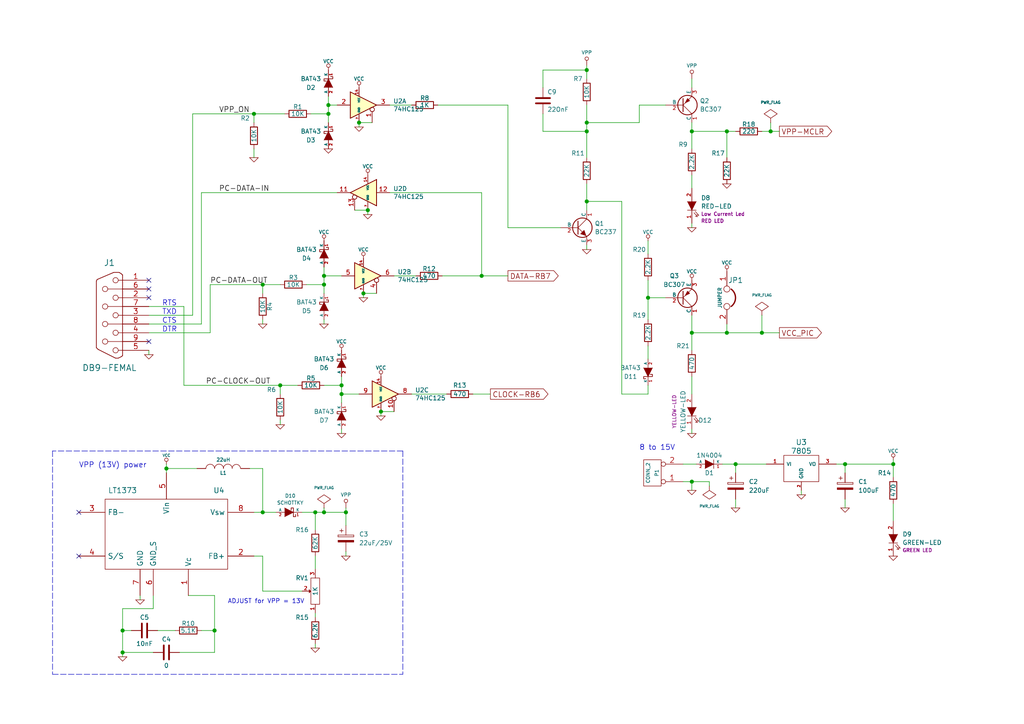
<source format=kicad_sch>
(kicad_sch (version 20230819) (generator eeschema)
  (paper "A4")
  (title_block (title "JDM - COM84 PIC Programmer with 13V DC/DC converter") (date "Sun 22 Mar 2015") (rev "2") (company "KiCad"))
  (lib_symbols
    (symbol "flat_hierarchy_schlib:74LS125" (pin_names (offset 0.254))
      (property "Reference" "U" (at 5.08 3.81 0))
      (property "Value" "74LS125" (at 7.62 -2.54 0))
      (symbol "74LS125_0_0"
        (pin power_in line (at -1.27 5.08 270) (length 2.54) (name "VCC") (number "14"))
        (pin power_in line (at -1.27 -5.08 90) (length 2.54) (name "GND") (number "7"))
      )
      (symbol "74LS125_1_0"
        (polyline (pts (xy -3.81 3.81) (xy -3.81 -3.81) (xy 3.81 0) (xy -3.81 3.81)) (stroke (width 0.254)) (fill (type background)))
        (pin input inverted (at 2.54 -5.08 90) (length 4.445) (name "~") (number "1"))
        (pin input line (at -7.62 0 0) (length 3.81) (name "~") (number "2"))
        (pin tri_state line (at 7.62 0 180) (length 3.81) (name "~") (number "3"))
      )
      (symbol "74LS125_2_0"
        (polyline (pts (xy -3.81 3.81) (xy -3.81 -3.81) (xy 3.81 0) (xy -3.81 3.81)) (stroke (width 0.254)) (fill (type background)))
        (pin input inverted (at 2.54 -5.08 90) (length 4.445) (name "~") (number "4"))
        (pin input line (at -7.62 0 0) (length 3.81) (name "~") (number "5"))
        (pin tri_state line (at 7.62 0 180) (length 3.81) (name "~") (number "6"))
      )
      (symbol "74LS125_3_0"
        (polyline (pts (xy -3.81 3.81) (xy -3.81 -3.81) (xy 3.81 0) (xy -3.81 3.81)) (stroke (width 0.254)) (fill (type background)))
        (pin input inverted (at 2.54 -5.08 90) (length 4.445) (name "~") (number "10"))
        (pin tri_state line (at 7.62 0 180) (length 3.81) (name "~") (number "8"))
        (pin input line (at -7.62 0 0) (length 3.81) (name "~") (number "9"))
      )
      (symbol "74LS125_4_0"
        (polyline (pts (xy -3.81 3.81) (xy -3.81 -3.81) (xy 3.81 0) (xy -3.81 3.81)) (stroke (width 0.254)) (fill (type background)))
        (pin tri_state line (at 7.62 0 180) (length 3.81) (name "~") (number "11"))
        (pin input line (at -7.62 0 0) (length 3.81) (name "~") (number "12"))
        (pin input inverted (at 2.54 -5.08 90) (length 4.445) (name "~") (number "13"))
      )
    )
    (symbol "flat_hierarchy_schlib:7805" (pin_names (offset 0.762))
      (property "Reference" "U" (at 3.81 -4.9784 0))
      (property "Value" "7805" (at 0 5.08 0))
      (symbol "7805_0_1"
        (rectangle (start -5.08 -3.81) (end 5.08 3.81))
      )
      (symbol "7805_1_1"
        (pin input line (at -10.16 1.27 0) (length 5.08) (name "VI") (number "1"))
        (pin input line (at 0 -6.35 90) (length 2.54) (name "GND") (number "2"))
        (pin power_out line (at 10.16 1.27 180) (length 5.08) (name "VO") (number "3"))
      )
    )
    (symbol "flat_hierarchy_schlib:BC237" (pin_names (offset 0))
      (property "Reference" "Q" (at 0 -3.81 0))
      (property "Value" "BC237" (at 0 3.81 0))
      (property "Footprint" "Package_TO_SOT_THT:TO-92" (at -2.54 -5.08 0))
      (symbol "BC237_0_1"
        (polyline (pts (xy 0 0) (xy 2.54 2.54)))
        (polyline (pts (xy 0 1.905) (xy 0 -1.905) (xy 0 -1.905)) (stroke (width 0.254)))
        (polyline (pts (xy 1.27 -1.27) (xy 0 0) (xy 0 0)))
        (polyline (pts (xy 2.286 -2.286) (xy 2.54 -2.54) (xy 2.54 -2.54)))
        (polyline (pts (xy 2.286 -2.286) (xy 1.778 -0.762) (xy 0.762 -1.778) (xy 2.286 -2.286) (xy 2.286 -2.286)) (fill (type outline)))
        (circle (center 1.27 0) (radius 2.8194) (stroke (width 0.254)))
      )
      (symbol "BC237_1_1"
        (pin passive line (at 2.54 5.08 270) (length 2.54) (name "C") (number "1"))
        (pin input line (at -5.08 0 0) (length 5.08) (name "B") (number "2"))
        (pin passive line (at 2.54 -5.08 90) (length 2.54) (name "E") (number "3"))
      )
    )
    (symbol "flat_hierarchy_schlib:BC307" (pin_names (offset 0))
      (property "Reference" "Q" (at 0 -3.81 0))
      (property "Value" "BC307" (at 0 3.81 0))
      (property "Footprint" "Package_TO_SOT_THT:TO-92" (at -2.54 -5.08 0))
      (symbol "BC307_0_1"
        (polyline (pts (xy 0 0) (xy 2.54 2.54)))
        (polyline (pts (xy 0 1.905) (xy 0 -1.905) (xy 0 -1.905)) (stroke (width 0.254)) (fill (type outline)))
        (polyline (pts (xy 0.635 -0.635) (xy 0 0) (xy 0 0)))
        (polyline (pts (xy 2.54 -2.54) (xy 1.651 -1.651) (xy 1.651 -1.651)))
        (polyline (pts (xy 0.635 -0.635) (xy 1.27 -1.905) (xy 1.905 -1.27) (xy 0.635 -0.635) (xy 0.635 -0.635)) (fill (type outline)))
        (circle (center 1.27 0) (radius 2.8194) (stroke (width 0.254)))
      )
      (symbol "BC307_1_1"
        (pin passive line (at 2.54 5.08 270) (length 2.54) (name "C") (number "1"))
        (pin input line (at -5.08 0 0) (length 5.08) (name "B") (number "2"))
        (pin passive line (at 2.54 -5.08 90) (length 2.54) (name "E") (number "3"))
      )
    )
    (symbol "flat_hierarchy_schlib:C" (pin_numbers hide) (pin_names (offset 0.254))
      (property "Reference" "C" (at 0.635 2.54 0))
      (property "Value" "C" (at 0.635 -2.54 0))
      (symbol "C_0_1"
        (polyline (pts (xy -2.032 -0.762) (xy 2.032 -0.762)) (stroke (width 0.508)))
        (polyline (pts (xy -2.032 0.762) (xy 2.032 0.762)) (stroke (width 0.508)))
      )
      (symbol "C_1_1"
        (pin passive line (at 0 3.81 270) (length 2.794) (name "~") (number "1"))
        (pin passive line (at 0 -3.81 90) (length 2.794) (name "~") (number "2"))
      )
    )
    (symbol "flat_hierarchy_schlib:CONN_2" (pin_names (offset 1.016) hide)
      (property "Reference" "P" (at -1.27 0 90))
      (property "Value" "CONN_2" (at 1.27 0 90))
      (symbol "CONN_2_0_1"
        (rectangle (start -2.54 3.81) (end 2.54 -3.81))
      )
      (symbol "CONN_2_1_1"
        (pin passive inverted (at -8.89 2.54 0) (length 6.35) (name "P1") (number "1"))
        (pin passive inverted (at -8.89 -2.54 0) (length 6.35) (name "PM") (number "2"))
      )
    )
    (symbol "flat_hierarchy_schlib:CP" (pin_numbers hide) (pin_names (offset 0.254))
      (property "Reference" "C" (at 0.635 2.54 0))
      (property "Value" "CP" (at 0.635 -2.54 0))
      (symbol "CP_0_1"
        (rectangle (start -2.286 0.508) (end -2.286 1.016))
        (rectangle (start -2.286 0.508) (end 2.286 0.508))
        (rectangle (start -1.778 2.286) (end -0.762 2.286))
        (rectangle (start -1.27 1.778) (end -1.27 2.794))
        (rectangle (start 2.286 -0.508) (end -2.286 -1.016) (fill (type outline)))
        (rectangle (start 2.286 1.016) (end -2.286 1.016))
        (rectangle (start 2.286 1.016) (end 2.286 0.508))
      )
      (symbol "CP_1_1"
        (pin passive line (at 0 3.81 270) (length 2.794) (name "~") (number "1"))
        (pin passive line (at 0 -3.81 90) (length 2.794) (name "~") (number "2"))
      )
    )
    (symbol "flat_hierarchy_schlib:D" (pin_names (offset 0))
      (property "Reference" "D" (at 0 2.54 0))
      (property "Value" "D" (at 0 -2.54 0))
      (symbol "D_0_1"
        (polyline (pts (xy -1.27 1.27) (xy -1.27 -1.27)) (stroke (width 0.1524)))
        (polyline (pts (xy 1.27 1.27) (xy -1.27 0) (xy 1.27 -1.27)) (fill (type outline)))
      )
      (symbol "D_1_1"
        (pin passive line (at -3.81 0 0) (length 2.54) (name "K") (number "1"))
        (pin passive line (at 3.81 0 180) (length 2.54) (name "A") (number "2"))
      )
    )
    (symbol "flat_hierarchy_schlib:DB9" (pin_names (offset 1.016) hide)
      (property "Reference" "J" (at 0 13.97 0))
      (property "Value" "DB9" (at 0 -13.97 0))
      (symbol "DB9_0_1"
        (circle (center -1.778 -10.16) (radius 0.762))
        (circle (center -1.778 -5.08) (radius 0.762))
        (circle (center -1.778 0) (radius 0.762))
        (circle (center -1.778 5.08) (radius 0.762))
        (circle (center -1.778 10.16) (radius 0.762))
        (polyline (pts (xy -3.81 -11.684) (xy -3.81 11.684)) (stroke (width 0.2032)))
        (polyline (pts (xy -3.81 -11.6586) (xy -3.556 -11.938)) (stroke (width 0.2032)))
        (polyline (pts (xy -3.81 -10.16) (xy -2.54 -10.16)))
        (polyline (pts (xy -3.81 -7.62) (xy 0.508 -7.62)))
        (polyline (pts (xy -3.81 -5.08) (xy -2.54 -5.08)))
        (polyline (pts (xy -3.81 -2.54) (xy 0.508 -2.54)))
        (polyline (pts (xy -3.81 0) (xy -2.54 0)))
        (polyline (pts (xy -3.81 2.54) (xy 0.508 2.54)))
        (polyline (pts (xy -3.81 5.08) (xy -2.54 5.08)))
        (polyline (pts (xy -3.81 7.62) (xy 0.508 7.62)))
        (polyline (pts (xy -3.81 10.16) (xy -2.54 10.16)))
        (polyline (pts (xy -3.556 -11.938) (xy -2.794 -12.446)) (stroke (width 0.2032)))
        (polyline (pts (xy -3.556 11.938) (xy -3.81 11.684)) (stroke (width 0.2032)))
        (polyline (pts (xy -3.556 11.938) (xy -2.54 12.446)) (stroke (width 0.2032)))
        (polyline (pts (xy -2.794 -12.446) (xy -1.27 -12.446)) (stroke (width 0.2032)))
        (polyline (pts (xy -2.54 12.446) (xy -1.778 12.446)) (stroke (width 0.2032)))
        (polyline (pts (xy 3.2766 9.906) (xy -1.778 12.446)) (stroke (width 0.2032)))
        (polyline (pts (xy 3.2766 9.906) (xy 3.81 9.398)) (stroke (width 0.2032)))
        (polyline (pts (xy 3.556 -10.3886) (xy -1.27 -12.446)) (stroke (width 0.2032)))
        (polyline (pts (xy 3.81 -9.906) (xy 3.556 -10.3886)) (stroke (width 0.2032)))
        (polyline (pts (xy 3.81 9.398) (xy 3.81 -9.906)) (stroke (width 0.2032)))
        (circle (center 1.27 -7.62) (radius 0.762))
        (circle (center 1.27 -2.54) (radius 0.762))
        (circle (center 1.27 2.54) (radius 0.762))
        (circle (center 1.27 7.62) (radius 0.762))
      )
      (symbol "DB9_1_1"
        (pin passive line (at -11.43 -10.16 0) (length 7.62) (name "1") (number "1"))
        (pin passive line (at -11.43 -5.08 0) (length 7.62) (name "2") (number "2"))
        (pin passive line (at -11.43 0 0) (length 7.62) (name "3") (number "3"))
        (pin passive line (at -11.43 5.08 0) (length 7.62) (name "4") (number "4"))
        (pin passive line (at -11.43 10.16 0) (length 7.62) (name "5") (number "5"))
        (pin passive line (at -11.43 -7.62 0) (length 7.62) (name "P6") (number "6"))
        (pin passive line (at -11.43 -2.54 0) (length 7.62) (name "P7") (number "7"))
        (pin passive line (at -11.43 2.54 0) (length 7.62) (name "P8") (number "8"))
        (pin passive line (at -11.43 7.62 0) (length 7.62) (name "P9") (number "9"))
      )
    )
    (symbol "flat_hierarchy_schlib:D_Schottky" (pin_names (offset 0))
      (property "Reference" "D" (at 0 2.54 0))
      (property "Value" "D_Schottky" (at 0 -2.54 0))
      (symbol "D_Schottky_0_1"
        (polyline (pts (xy 1.27 1.27) (xy -1.27 0) (xy 1.27 -1.27)) (fill (type outline)))
        (polyline (pts (xy -1.905 0.635) (xy -1.905 1.27) (xy -1.27 1.27) (xy -1.27 -1.27) (xy -0.635 -1.27) (xy -0.635 -0.635)) (stroke (width 0.2032)))
      )
      (symbol "D_Schottky_1_1"
        (pin passive line (at -3.81 0 0) (length 2.54) (name "K") (number "1"))
        (pin passive line (at 3.81 0 180) (length 2.54) (name "A") (number "2"))
      )
    )
    (symbol "flat_hierarchy_schlib:GND" (power) (pin_names (offset 0))
      (symbol "GND_0_1"
        (polyline (pts (xy -1.27 0) (xy 0 -1.27) (xy 1.27 0) (xy -1.27 0)))
      )
      (symbol "GND_1_1"
        (pin power_in line (at 0 0 90) (length 0) hide (name "GND") (number "1"))
      )
    )
    (symbol "flat_hierarchy_schlib:INDUCTOR" (pin_numbers hide) (pin_names (offset 1.016) hide)
      (property "Reference" "L" (at -1.27 0 90))
      (property "Value" "INDUCTOR" (at 2.54 0 90))
      (symbol "INDUCTOR_0_1"
        (arc (start 0.0254 -5.0546) (mid 1.245 -3.7973) (end 0.0254 -2.54))
        (arc (start 0.0254 -2.5146) (mid 1.2704 -1.2319) (end 0.0254 0.0508))
        (arc (start 0.0254 0.0254) (mid 1.2704 1.3081) (end 0.0254 2.5908))
        (arc (start 0.0254 2.5654) (mid 1.1942 3.7719) (end 0.0254 4.9784))
      )
      (symbol "INDUCTOR_1_1"
        (pin passive line (at 0 7.62 270) (length 2.54) (name "1") (number "1"))
        (pin passive line (at 0 -7.62 90) (length 2.54) (name "2") (number "2"))
      )
    )
    (symbol "flat_hierarchy_schlib:JUMPER" (pin_names (offset 0.762) hide)
      (property "Reference" "JP" (at 0 3.81 0))
      (property "Value" "JUMPER" (at 0 -2.032 0))
      (symbol "JUMPER_0_1"
        (circle (center -2.54 0) (radius 0.889))
        (arc (start 2.5146 1.27) (mid 0.0127 2.5097) (end -2.4892 1.27) (stroke (width 0.381)))
        (circle (center 2.54 0) (radius 0.889))
        (pin passive line (at -7.62 0 0) (length 4.191) (name "1") (number "1"))
        (pin passive line (at 7.62 0 180) (length 4.191) (name "2") (number "2"))
      )
    )
    (symbol "flat_hierarchy_schlib:LED" (pin_names (offset 1.016) hide)
      (property "Reference" "D" (at 0 2.54 0))
      (property "Value" "LED" (at 0 -2.54 0))
      (symbol "LED_0_1"
        (polyline (pts (xy -1.27 1.27) (xy -1.27 -1.27)))
        (polyline (pts (xy -2.032 -0.635) (xy -3.175 -1.651) (xy -3.048 -1.016)))
        (polyline (pts (xy -1.651 -1.016) (xy -2.794 -2.032) (xy -2.667 -1.397)))
        (polyline (pts (xy 1.27 1.27) (xy -1.27 0) (xy 1.27 -1.27)) (fill (type outline)))
      )
      (symbol "LED_1_1"
        (pin passive line (at -5.08 0 0) (length 3.81) (name "K") (number "1"))
        (pin passive line (at 5.08 0 180) (length 3.81) (name "A") (number "2"))
      )
    )
    (symbol "flat_hierarchy_schlib:LT1373" (pin_names (offset 0.762))
      (property "Reference" "U" (at 15.24 12.7 0))
      (property "Value" "LT1373" (at -12.7 12.7 0))
      (symbol "LT1373_0_1"
        (rectangle (start -17.78 -10.16) (end 17.78 10.16))
      )
      (symbol "LT1373_1_1"
        (pin input line (at 6.35 -17.78 90) (length 7.62) (name "Vc") (number "1"))
        (pin input line (at 25.4 -6.35 180) (length 7.62) (name "FB+") (number "2"))
        (pin passive line (at -25.4 6.35 0) (length 7.62) (name "FB-") (number "3"))
        (pin passive line (at -25.4 -6.35 0) (length 7.62) (name "S/S") (number "4"))
        (pin power_in line (at 0 17.78 270) (length 7.62) (name "Vin") (number "5"))
        (pin input line (at -3.81 -17.78 90) (length 7.62) (name "GND_S") (number "6"))
        (pin input line (at -7.62 -17.78 90) (length 7.62) (name "GND") (number "7"))
        (pin input line (at 25.4 6.35 180) (length 7.62) (name "Vsw") (number "8"))
      )
    )
    (symbol "flat_hierarchy_schlib:POT" (pin_names (offset 1.016) hide)
      (property "Reference" "RV" (at 0 -2.54 0))
      (property "Value" "POT" (at 0 0 0))
      (symbol "POT_0_1"
        (rectangle (start -3.81 1.27) (end 3.81 -1.27))
        (polyline (pts (xy 0 1.27) (xy -0.508 1.778) (xy 0.508 1.778)) (fill (type outline)))
      )
      (symbol "POT_1_1"
        (pin passive line (at -6.35 0 0) (length 2.54) (name "1") (number "1"))
        (pin passive line (at 0 3.81 270) (length 2.032) (name "2") (number "2"))
        (pin passive line (at 6.35 0 180) (length 2.54) (name "3") (number "3"))
      )
    )
    (symbol "flat_hierarchy_schlib:PWR_FLAG" (power) (pin_numbers hide) (pin_names (offset 0) hide)
      (property "Value" "PWR_FLAG" (at 0 4.572 0))
      (symbol "PWR_FLAG_0_0"
        (pin power_out line (at 0 0 90) (length 0) (name "pwr") (number "1"))
      )
      (symbol "PWR_FLAG_0_1"
        (polyline (pts (xy 0 0) (xy 0 1.27) (xy -1.905 2.54) (xy 0 3.81) (xy 1.905 2.54) (xy 0 1.27)))
      )
    )
    (symbol "flat_hierarchy_schlib:R" (pin_numbers hide) (pin_names (offset 0))
      (property "Reference" "R" (at 2.032 0 90))
      (property "Value" "R" (at 0 0 90))
      (symbol "R_0_1"
        (rectangle (start -1.016 -2.54) (end 1.016 2.54) (stroke (width 0.254)))
      )
      (symbol "R_1_1"
        (pin passive line (at 0 3.81 270) (length 1.27) (name "~") (number "1"))
        (pin passive line (at 0 -3.81 90) (length 1.27) (name "~") (number "2"))
      )
    )
    (symbol "flat_hierarchy_schlib:VCC" (power) (pin_names (offset 0))
      (property "Value" "VCC" (at 0 2.54 0))
      (symbol "VCC_0_0"
        (pin power_in line (at 0 0 90) (length 0) hide (name "VCC") (number "1"))
      )
      (symbol "VCC_0_1"
        (polyline (pts (xy 0 0) (xy 0 0.762) (xy 0 0.762)))
        (circle (center 0 1.27) (radius 0.508))
      )
    )
    (symbol "flat_hierarchy_schlib:VPP" (pin_names (offset 0))
      (property "Value" "VPP" (at 0 3.81 0))
      (symbol "VPP_0_0"
        (pin power_in line (at 0 0 90) (length 0) hide (name "VPP") (number "1"))
      )
      (symbol "VPP_0_1"
        (polyline (pts (xy 0 1.524) (xy 0 0)))
        (circle (center 0 2.032) (radius 0.508))
      )
    )
  )
  (junction (at 76.2 82.55) (diameter 1.016))
  (junction (at 200.66 139.7) (diameter 1.016))
  (junction (at 95.25 30.48) (diameter 1.016))
  (junction (at 110.49 119.38) (diameter 1.016))
  (junction (at 210.82 38.1) (diameter 1.016))
  (junction (at 210.82 96.52) (diameter 1.016))
  (junction (at 170.18 20.32) (diameter 1.016))
  (junction (at 139.7 80.01) (diameter 1.016))
  (junction (at 259.08 134.62) (diameter 1.016))
  (junction (at 170.18 58.42) (diameter 1.016))
  (junction (at 93.98 80.01) (diameter 1.016))
  (junction (at 170.18 35.56) (diameter 1.016))
  (junction (at 200.66 38.1) (diameter 1.016))
  (junction (at 62.23 182.88) (diameter 1.016))
  (junction (at 93.98 148.59) (diameter 1.016))
  (junction (at 99.06 114.3) (diameter 1.016))
  (junction (at 223.52 38.1) (diameter 1.016))
  (junction (at 35.56 189.23) (diameter 1.016))
  (junction (at 245.11 134.62) (diameter 1.016))
  (junction (at 48.26 135.89) (diameter 1.016))
  (junction (at 76.2 148.59) (diameter 1.016))
  (junction (at 220.98 96.52) (diameter 1.016))
  (junction (at 105.41 85.09) (diameter 1.016))
  (junction (at 73.66 33.02) (diameter 1.016))
  (junction (at 81.28 111.76) (diameter 1.016))
  (junction (at 93.98 82.55) (diameter 1.016))
  (junction (at 187.96 86.36) (diameter 1.016))
  (junction (at 213.36 134.62) (diameter 1.016))
  (junction (at 35.56 182.88) (diameter 1.016))
  (junction (at 170.18 38.1) (diameter 1.016))
  (junction (at 104.14 35.56) (diameter 1.016))
  (junction (at 95.25 33.02) (diameter 1.016))
  (junction (at 200.66 96.52) (diameter 1.016))
  (junction (at 99.06 111.76) (diameter 1.016))
  (junction (at 100.33 148.59) (diameter 1.016))
  (junction (at 106.68 60.96) (diameter 1.016))
  (junction (at 91.44 148.59) (diameter 1.016))
  (no_connect (at 43.18 81.28))
  (no_connect (at 22.86 161.29))
  (no_connect (at 22.86 148.59))
  (no_connect (at 43.18 83.82))
  (no_connect (at 43.18 86.36))
  (no_connect (at 43.18 99.06))
  (wire (pts (xy 113.03 30.48) (xy 119.38 30.48)))
  (wire (pts (xy 220.98 38.1) (xy 223.52 38.1)))
  (wire (pts (xy 200.66 109.22) (xy 200.66 114.3)))
  (wire (pts (xy 93.98 111.76) (xy 99.06 111.76)))
  (wire (pts (xy 53.34 88.9) (xy 43.18 88.9)))
  (wire (pts (xy 102.87 60.96) (xy 106.68 60.96)))
  (wire (pts (xy 35.56 189.23) (xy 35.56 190.5)))
  (wire (pts (xy 87.63 148.59) (xy 91.44 148.59)))
  (wire (pts (xy 139.7 80.01) (xy 147.32 80.01)))
  (wire (pts (xy 73.66 148.59) (xy 76.2 148.59)))
  (wire (pts (xy 76.2 82.55) (xy 81.28 82.55)))
  (wire (pts (xy 210.82 38.1) (xy 213.36 38.1)))
  (wire (pts (xy 81.28 114.3) (xy 81.28 111.76)))
  (wire (pts (xy 73.66 45.72) (xy 73.66 43.18)))
  (wire (pts (xy 55.88 33.02) (xy 73.66 33.02)))
  (wire (pts (xy 245.11 134.62) (xy 245.11 137.16)))
  (polyline (pts (xy 15.24 195.58) (xy 116.84 195.58)) (stroke (width 0) (type dash)))
  (wire (pts (xy 110.49 120.65) (xy 110.49 119.38)))
  (wire (pts (xy 93.98 77.47) (xy 93.98 80.01)))
  (wire (pts (xy 200.66 96.52) (xy 200.66 101.6)))
  (wire (pts (xy 105.41 85.09) (xy 105.41 86.36)))
  (wire (pts (xy 187.96 86.36) (xy 187.96 92.71)))
  (wire (pts (xy 180.34 114.3) (xy 180.34 58.42)))
  (wire (pts (xy 200.66 124.46) (xy 200.66 125.73)))
  (wire (pts (xy 93.98 82.55) (xy 93.98 85.09)))
  (wire (pts (xy 210.82 96.52) (xy 220.98 96.52)))
  (wire (pts (xy 187.96 81.28) (xy 187.96 86.36)))
  (wire (pts (xy 100.33 161.29) (xy 100.33 160.02)))
  (wire (pts (xy 99.06 111.76) (xy 99.06 114.3)))
  (wire (pts (xy 245.11 144.78) (xy 245.11 147.32)))
  (wire (pts (xy 58.42 55.88) (xy 97.79 55.88)))
  (wire (pts (xy 76.2 148.59) (xy 80.01 148.59)))
  (wire (pts (xy 232.41 143.51) (xy 232.41 142.24)))
  (wire (pts (xy 200.66 38.1) (xy 200.66 43.18)))
  (wire (pts (xy 200.66 50.8) (xy 200.66 54.61)))
  (wire (pts (xy 62.23 172.72) (xy 62.23 182.88)))
  (wire (pts (xy 58.42 182.88) (xy 62.23 182.88)))
  (wire (pts (xy 91.44 161.29) (xy 91.44 165.1)))
  (wire (pts (xy 170.18 30.48) (xy 170.18 35.56)))
  (wire (pts (xy 60.96 82.55) (xy 60.96 96.52)))
  (wire (pts (xy 60.96 96.52) (xy 43.18 96.52)))
  (wire (pts (xy 73.66 35.56) (xy 73.66 33.02)))
  (wire (pts (xy 110.49 119.38) (xy 114.3 119.38)))
  (wire (pts (xy 95.25 30.48) (xy 95.25 33.02)))
  (wire (pts (xy 170.18 53.34) (xy 170.18 58.42)))
  (wire (pts (xy 76.2 92.71) (xy 76.2 93.98)))
  (wire (pts (xy 185.42 30.48) (xy 185.42 35.56)))
  (wire (pts (xy 259.08 134.62) (xy 259.08 138.43)))
  (wire (pts (xy 100.33 147.32) (xy 100.33 148.59)))
  (wire (pts (xy 223.52 35.56) (xy 223.52 38.1)))
  (wire (pts (xy 91.44 148.59) (xy 91.44 153.67)))
  (wire (pts (xy 93.98 147.32) (xy 93.98 148.59)))
  (wire (pts (xy 223.52 38.1) (xy 226.06 38.1)))
  (wire (pts (xy 53.34 111.76) (xy 53.34 88.9)))
  (wire (pts (xy 62.23 182.88) (xy 62.23 189.23)))
  (wire (pts (xy 95.25 27.94) (xy 95.25 30.48)))
  (wire (pts (xy 99.06 125.73) (xy 99.06 124.46)))
  (wire (pts (xy 90.17 33.02) (xy 95.25 33.02)))
  (wire (pts (xy 35.56 182.88) (xy 38.1 182.88)))
  (wire (pts (xy 35.56 176.53) (xy 35.56 182.88)))
  (wire (pts (xy 187.96 114.3) (xy 180.34 114.3)))
  (wire (pts (xy 245.11 134.62) (xy 259.08 134.62)))
  (wire (pts (xy 99.06 109.22) (xy 99.06 111.76)))
  (wire (pts (xy 76.2 135.89) (xy 76.2 148.59)))
  (wire (pts (xy 209.55 134.62) (xy 213.36 134.62)))
  (wire (pts (xy 242.57 134.62) (xy 245.11 134.62)))
  (wire (pts (xy 95.25 30.48) (xy 97.79 30.48)))
  (wire (pts (xy 104.14 35.56) (xy 107.95 35.56)))
  (wire (pts (xy 157.48 33.02) (xy 157.48 38.1)))
  (wire (pts (xy 44.45 176.53) (xy 35.56 176.53)))
  (wire (pts (xy 44.45 172.72) (xy 44.45 176.53)))
  (wire (pts (xy 210.82 96.52) (xy 210.82 93.98)))
  (wire (pts (xy 127 30.48) (xy 147.32 30.48)))
  (wire (pts (xy 88.9 82.55) (xy 93.98 82.55)))
  (wire (pts (xy 100.33 148.59) (xy 100.33 152.4)))
  (wire (pts (xy 193.04 30.48) (xy 185.42 30.48)))
  (wire (pts (xy 170.18 38.1) (xy 170.18 45.72)))
  (wire (pts (xy 220.98 96.52) (xy 220.98 91.44)))
  (wire (pts (xy 198.12 139.7) (xy 200.66 139.7)))
  (wire (pts (xy 205.74 139.7) (xy 205.74 140.97)))
  (wire (pts (xy 170.18 20.32) (xy 170.18 22.86)))
  (wire (pts (xy 200.66 96.52) (xy 210.82 96.52)))
  (wire (pts (xy 170.18 58.42) (xy 170.18 60.96)))
  (wire (pts (xy 95.25 33.02) (xy 95.25 35.56)))
  (wire (pts (xy 113.03 55.88) (xy 139.7 55.88)))
  (wire (pts (xy 200.66 38.1) (xy 210.82 38.1)))
  (wire (pts (xy 73.66 161.29) (xy 76.2 161.29)))
  (polyline (pts (xy 15.24 130.81) (xy 15.24 195.58)) (stroke (width 0) (type dash)))
  (wire (pts (xy 48.26 134.62) (xy 48.26 135.89)))
  (wire (pts (xy 200.66 91.44) (xy 200.66 96.52)))
  (wire (pts (xy 91.44 177.8) (xy 91.44 179.07)))
  (wire (pts (xy 200.66 35.56) (xy 200.66 38.1)))
  (wire (pts (xy 147.32 30.48) (xy 147.32 66.04)))
  (wire (pts (xy 170.18 19.05) (xy 170.18 20.32)))
  (wire (pts (xy 185.42 35.56) (xy 170.18 35.56)))
  (wire (pts (xy 198.12 134.62) (xy 201.93 134.62)))
  (wire (pts (xy 55.88 33.02) (xy 55.88 91.44)))
  (wire (pts (xy 91.44 187.96) (xy 91.44 186.69)))
  (polyline (pts (xy 116.84 130.81) (xy 15.24 130.81)) (stroke (width 0) (type dash)))
  (wire (pts (xy 53.34 111.76) (xy 81.28 111.76)))
  (wire (pts (xy 104.14 114.3) (xy 99.06 114.3)))
  (wire (pts (xy 114.3 80.01) (xy 120.65 80.01)))
  (wire (pts (xy 157.48 25.4) (xy 157.48 20.32)))
  (wire (pts (xy 52.07 189.23) (xy 62.23 189.23)))
  (wire (pts (xy 91.44 148.59) (xy 93.98 148.59)))
  (wire (pts (xy 200.66 25.4) (xy 200.66 22.86)))
  (wire (pts (xy 139.7 55.88) (xy 139.7 80.01)))
  (wire (pts (xy 119.38 114.3) (xy 129.54 114.3)))
  (wire (pts (xy 106.68 62.23) (xy 106.68 60.96)))
  (wire (pts (xy 58.42 93.98) (xy 58.42 55.88)))
  (wire (pts (xy 187.96 69.85) (xy 187.96 73.66)))
  (wire (pts (xy 259.08 146.05) (xy 259.08 151.13)))
  (wire (pts (xy 73.66 33.02) (xy 82.55 33.02)))
  (wire (pts (xy 93.98 148.59) (xy 100.33 148.59)))
  (wire (pts (xy 142.24 114.3) (xy 137.16 114.3)))
  (wire (pts (xy 105.41 85.09) (xy 109.22 85.09)))
  (wire (pts (xy 259.08 133.35) (xy 259.08 134.62)))
  (wire (pts (xy 157.48 20.32) (xy 170.18 20.32)))
  (wire (pts (xy 60.96 82.55) (xy 76.2 82.55)))
  (wire (pts (xy 193.04 86.36) (xy 187.96 86.36)))
  (wire (pts (xy 128.27 80.01) (xy 139.7 80.01)))
  (wire (pts (xy 45.72 182.88) (xy 50.8 182.88)))
  (wire (pts (xy 147.32 66.04) (xy 162.56 66.04)))
  (wire (pts (xy 170.18 58.42) (xy 180.34 58.42)))
  (wire (pts (xy 200.66 64.77) (xy 200.66 66.04)))
  (wire (pts (xy 213.36 144.78) (xy 213.36 147.32)))
  (wire (pts (xy 48.26 135.89) (xy 57.15 135.89)))
  (wire (pts (xy 93.98 80.01) (xy 93.98 82.55)))
  (wire (pts (xy 213.36 134.62) (xy 213.36 137.16)))
  (wire (pts (xy 187.96 111.76) (xy 187.96 114.3)))
  (wire (pts (xy 76.2 82.55) (xy 76.2 85.09)))
  (wire (pts (xy 187.96 100.33) (xy 187.96 104.14)))
  (wire (pts (xy 93.98 93.98) (xy 93.98 92.71)))
  (polyline (pts (xy 116.84 130.81) (xy 116.84 195.58)) (stroke (width 0) (type dash)))
  (wire (pts (xy 99.06 80.01) (xy 93.98 80.01)))
  (wire (pts (xy 81.28 123.19) (xy 81.28 121.92)))
  (wire (pts (xy 76.2 171.45) (xy 87.63 171.45)))
  (wire (pts (xy 55.88 91.44) (xy 43.18 91.44)))
  (wire (pts (xy 54.61 172.72) (xy 62.23 172.72)))
  (wire (pts (xy 170.18 35.56) (xy 170.18 38.1)))
  (wire (pts (xy 200.66 139.7) (xy 205.74 139.7)))
  (wire (pts (xy 72.39 135.89) (xy 76.2 135.89)))
  (wire (pts (xy 43.18 102.87) (xy 43.18 101.6)))
  (wire (pts (xy 200.66 142.24) (xy 200.66 139.7)))
  (wire (pts (xy 76.2 161.29) (xy 76.2 171.45)))
  (wire (pts (xy 104.14 36.83) (xy 104.14 35.56)))
  (wire (pts (xy 35.56 182.88) (xy 35.56 189.23)))
  (wire (pts (xy 81.28 111.76) (xy 86.36 111.76)))
  (wire (pts (xy 43.18 93.98) (xy 58.42 93.98)))
  (wire (pts (xy 99.06 114.3) (xy 99.06 116.84)))
  (wire (pts (xy 40.64 173.99) (xy 40.64 172.72)))
  (wire (pts (xy 220.98 96.52) (xy 226.06 96.52)))
  (wire (pts (xy 170.18 72.39) (xy 170.18 71.12)))
  (wire (pts (xy 157.48 38.1) (xy 170.18 38.1)))
  (wire (pts (xy 213.36 134.62) (xy 222.25 134.62)))
  (wire (pts (xy 35.56 189.23) (xy 44.45 189.23)))
  (wire (pts (xy 48.26 135.89) (xy 48.26 137.16)))
  (wire (pts (xy 210.82 38.1) (xy 210.82 45.72)))
  (text "TXD" (at 46.99 91.44 0) (effects (font (size 1.524 1.524)) (justify left bottom)))
  (text "CTS" (at 46.99 93.98 0) (effects (font (size 1.524 1.524)) (justify left bottom)))
  (text "DTR" (at 46.99 96.52 0) (effects (font (size 1.524 1.524)) (justify left bottom)))
  (text "VPP (13V) power" (at 22.86 135.89 0) (effects (font (size 1.524 1.524)) (justify left bottom)))
  (text "ADJUST for VPP = 13V" (at 66.04 175.26 0) (effects (font (size 1.27 1.27)) (justify left bottom)))
  (text "RTS" (at 46.99 88.9 0) (effects (font (size 1.524 1.524)) (justify left bottom)))
  (text "8 to 15V" (at 185.42 130.81 0) (effects (font (size 1.524 1.524)) (justify left bottom)))
  (label "PC-CLOCK-OUT" (at 59.69 111.76 0) (effects (font (size 1.524 1.524))))
  (label "PC-DATA-OUT" (at 60.96 82.55 0) (effects (font (size 1.524 1.524))))
  (label "VPP_ON" (at 63.5 33.02 0) (effects (font (size 1.524 1.524))))
  (label "PC-DATA-IN" (at 63.5 55.88 0) (effects (font (size 1.524 1.524))))
  (global_label "VCC_PIC" (shape output) (at 226.06 96.52 0) (effects (font (size 1.524 1.524))) (property "Intersheetrefs" "${INTERSHEET_REFS}" (at 238.1307 96.52 0) (effects (justify left))))
  (global_label "CLOCK-RB6" (shape output) (at 142.24 114.3 0) (effects (font (size 1.524 1.524))) (property "Intersheetrefs" "${INTERSHEET_REFS}" (at 158.8102 114.3 0) (effects (justify left))))
  (global_label "VPP-MCLR" (shape output) (at 226.06 38.1 0) (effects (font (size 1.524 1.524))) (property "Intersheetrefs" "${INTERSHEET_REFS}" (at 241.1062 38.1 0) (effects (justify left))))
  (global_label "DATA-RB7" (shape output) (at 147.32 80.01 0) (effects (font (size 1.524 1.524))) (property "Intersheetrefs" "${INTERSHEET_REFS}" (at 161.7856 80.01 0) (effects (justify left))))
  (symbol (lib_id "flat_hierarchy_schlib:DB9") (at 31.75 91.44 180) (unit 1)
    (property "Reference" "J1" (at 31.75 76.2 0) (effects (font (size 1.778 1.778))))
    (property "Value" "DB9-FEMAL" (at 31.75 106.68 0) (effects (font (size 1.778 1.778))))
    (property "Footprint" "Connector_Dsub:DSUB-9_Female_Horizontal_P2.77x2.84mm_EdgePinOffset7.70mm_Housed_MountingHolesOffset9.12mm" (effects hide))
  )
  (symbol (lib_id "flat_hierarchy_schlib:74LS125") (at 105.41 30.48 0) (unit 1)
    (property "Reference" "U2" (at 114.0461 29.3306 0) (effects (justify left)))
    (property "Value" "74HC125" (at 114.0461 31.6293 0) (effects (justify left)))
    (property "Footprint" "Package_DIP:DIP-14_W7.62mm_LongPads" (effects hide))
  )
  (symbol (lib_id "flat_hierarchy_schlib:R") (at 86.36 33.02 90) (unit 1)
    (property "Reference" "R1" (at 86.36 30.988 90))
    (property "Value" "10K" (at 86.36 33.02 90))
    (property "Footprint" "pic_programmer_fp:R_Axial_DIN0207_L6.3mm_D2.5mm_P10.16mm_Horizontal" (effects hide))
  )
  (symbol (lib_id "flat_hierarchy_schlib:R") (at 73.66 39.37 0) (unit 1)
    (property "Reference" "R2" (at 71.12 34.29 0))
    (property "Value" "10K" (at 73.66 39.37 90))
    (property "Footprint" "pic_programmer_fp:R_Axial_DIN0207_L6.3mm_D2.5mm_P10.16mm_Horizontal" (effects hide))
  )
  (symbol (lib_id "flat_hierarchy_schlib:D_Schottky") (at 95.25 24.13 270) (unit 1)
    (property "Reference" "D2" (at 90.17 25.4 90))
    (property "Value" "BAT43" (at 90.17 22.86 90))
    (property "Footprint" "pic_programmer_fp:D_DO-35_SOD27_P7.62mm_Horizontal" (effects hide))
  )
  (symbol (lib_id "flat_hierarchy_schlib:D_Schottky") (at 95.25 39.37 270) (unit 1)
    (property "Reference" "D3" (at 90.17 40.64 90))
    (property "Value" "BAT43" (at 90.17 38.1 90))
    (property "Footprint" "pic_programmer_fp:D_DO-35_SOD27_P7.62mm_Horizontal" (effects hide))
  )
  (symbol (lib_id "flat_hierarchy_schlib:GND") (at 104.14 36.83 0) (unit 1)
    (property "Reference" "#PWR046" (effects hide))
    (property "Value" "GND" (effects hide))
  )
  (symbol (lib_id "flat_hierarchy_schlib:GND") (at 95.25 43.18 0) (unit 1)
    (property "Reference" "#PWR045" (effects hide))
    (property "Value" "GND" (effects hide))
  )
  (symbol (lib_id "flat_hierarchy_schlib:VCC") (at 95.25 20.32 0) (unit 1)
    (property "Reference" "#PWR044" (effects hide))
    (property "Value" "VCC" (at 95.25 17.78 0) (effects (font (size 1.016 1.016))))
  )
  (symbol (lib_id "flat_hierarchy_schlib:74LS125") (at 106.68 80.01 0) (unit 2)
    (property "Reference" "U2" (at 115.3161 78.8606 0) (effects (justify left)))
    (property "Value" "74HC125" (at 115.3161 81.1593 0) (effects (justify left)))
    (property "Footprint" "Package_DIP:DIP-14_W7.62mm_LongPads" (effects hide))
  )
  (symbol (lib_id "flat_hierarchy_schlib:R") (at 85.09 82.55 90) (unit 1)
    (property "Reference" "R3" (at 85.09 80.518 90))
    (property "Value" "10K" (at 85.09 82.55 90))
    (property "Footprint" "pic_programmer_fp:R_Axial_DIN0207_L6.3mm_D2.5mm_P10.16mm_Horizontal" (effects hide))
  )
  (symbol (lib_id "flat_hierarchy_schlib:R") (at 76.2 88.9 0) (unit 1)
    (property "Reference" "R4" (at 78.232 88.9 90))
    (property "Value" "10K" (at 76.2 88.9 90))
    (property "Footprint" "pic_programmer_fp:R_Axial_DIN0207_L6.3mm_D2.5mm_P10.16mm_Horizontal" (effects hide))
  )
  (symbol (lib_id "flat_hierarchy_schlib:D_Schottky") (at 93.98 73.66 270) (unit 1)
    (property "Reference" "D4" (at 88.9 74.93 90))
    (property "Value" "BAT43" (at 88.9 72.39 90))
    (property "Footprint" "pic_programmer_fp:D_DO-35_SOD27_P7.62mm_Horizontal" (effects hide))
  )
  (symbol (lib_id "flat_hierarchy_schlib:D_Schottky") (at 93.98 88.9 270) (unit 1)
    (property "Reference" "D5" (at 88.9 90.17 90))
    (property "Value" "BAT43" (at 88.9 87.63 90))
    (property "Footprint" "pic_programmer_fp:D_DO-35_SOD27_P7.62mm_Horizontal" (effects hide))
  )
  (symbol (lib_id "flat_hierarchy_schlib:GND") (at 105.41 86.36 0) (unit 1)
    (property "Reference" "#PWR043" (effects hide))
    (property "Value" "GND" (effects hide))
  )
  (symbol (lib_id "flat_hierarchy_schlib:GND") (at 93.98 93.98 0) (unit 1)
    (property "Reference" "#PWR042" (effects hide))
    (property "Value" "GND" (effects hide))
  )
  (symbol (lib_id "flat_hierarchy_schlib:VCC") (at 93.98 69.85 0) (unit 1)
    (property "Reference" "#PWR041" (effects hide))
    (property "Value" "VCC" (at 93.98 67.31 0) (effects (font (size 1.016 1.016))))
  )
  (symbol (lib_id "flat_hierarchy_schlib:74LS125") (at 111.76 114.3 0) (unit 3)
    (property "Reference" "U2" (at 120.3961 113.1506 0) (effects (justify left)))
    (property "Value" "74HC125" (at 120.3961 115.4493 0) (effects (justify left)))
    (property "Footprint" "Package_DIP:DIP-14_W7.62mm_LongPads" (effects hide))
  )
  (symbol (lib_id "flat_hierarchy_schlib:R") (at 90.17 111.76 90) (unit 1)
    (property "Reference" "R5" (at 90.17 109.728 90))
    (property "Value" "10K" (at 90.17 111.76 90))
    (property "Footprint" "pic_programmer_fp:R_Axial_DIN0207_L6.3mm_D2.5mm_P10.16mm_Horizontal" (effects hide))
  )
  (symbol (lib_id "flat_hierarchy_schlib:R") (at 81.28 118.11 0) (unit 1)
    (property "Reference" "R6" (at 78.74 113.03 0))
    (property "Value" "10K" (at 81.28 118.11 90))
    (property "Footprint" "pic_programmer_fp:R_Axial_DIN0207_L6.3mm_D2.5mm_P10.16mm_Horizontal" (effects hide))
  )
  (symbol (lib_id "flat_hierarchy_schlib:D_Schottky") (at 99.06 105.41 270) (unit 1)
    (property "Reference" "D6" (at 93.98 106.68 90))
    (property "Value" "BAT43" (at 93.98 104.14 90))
    (property "Footprint" "pic_programmer_fp:D_DO-35_SOD27_P7.62mm_Horizontal" (effects hide))
  )
  (symbol (lib_id "flat_hierarchy_schlib:D_Schottky") (at 99.06 120.65 270) (unit 1)
    (property "Reference" "D7" (at 93.98 121.92 90))
    (property "Value" "BAT43" (at 93.98 119.38 90))
    (property "Footprint" "pic_programmer_fp:D_DO-35_SOD27_P7.62mm_Horizontal" (effects hide))
  )
  (symbol (lib_id "flat_hierarchy_schlib:GND") (at 110.49 120.65 0) (unit 1)
    (property "Reference" "#PWR040" (effects hide))
    (property "Value" "GND" (effects hide))
  )
  (symbol (lib_id "flat_hierarchy_schlib:GND") (at 99.06 125.73 0) (unit 1)
    (property "Reference" "#PWR039" (effects hide))
    (property "Value" "GND" (effects hide))
  )
  (symbol (lib_id "flat_hierarchy_schlib:VCC") (at 99.06 101.6 0) (unit 1)
    (property "Reference" "#PWR038" (effects hide))
    (property "Value" "VCC" (at 99.06 99.06 0) (effects (font (size 1.016 1.016))))
  )
  (symbol (lib_id "flat_hierarchy_schlib:74LS125") (at 105.41 55.88 0) (mirror y) (unit 4)
    (property "Reference" "U2" (at 114.0461 54.7306 0) (effects (justify right)))
    (property "Value" "74HC125" (at 114.0461 57.0293 0) (effects (justify right)))
    (property "Footprint" "Package_DIP:DIP-14_W7.62mm_LongPads" (effects hide))
  )
  (symbol (lib_id "flat_hierarchy_schlib:GND") (at 106.68 62.23 0) (unit 1)
    (property "Reference" "#PWR037" (effects hide))
    (property "Value" "GND" (effects hide))
  )
  (symbol (lib_id "flat_hierarchy_schlib:R") (at 124.46 80.01 90) (unit 1)
    (property "Reference" "R12" (at 124.46 77.978 90))
    (property "Value" "470" (at 124.46 80.01 90))
    (property "Footprint" "pic_programmer_fp:R_Axial_DIN0207_L6.3mm_D2.5mm_P10.16mm_Horizontal" (effects hide))
  )
  (symbol (lib_id "flat_hierarchy_schlib:R") (at 133.35 114.3 90) (unit 1)
    (property "Reference" "R13" (at 133.35 111.76 90))
    (property "Value" "470" (at 133.35 114.3 90))
    (property "Footprint" "pic_programmer_fp:R_Axial_DIN0207_L6.3mm_D2.5mm_P10.16mm_Horizontal" (effects hide))
  )
  (symbol (lib_id "flat_hierarchy_schlib:R") (at 123.19 30.48 90) (unit 1)
    (property "Reference" "R8" (at 123.19 28.448 90))
    (property "Value" "1K" (at 123.19 30.48 90))
    (property "Footprint" "pic_programmer_fp:R_Axial_DIN0207_L6.3mm_D2.5mm_P10.16mm_Horizontal" (effects hide))
  )
  (symbol (lib_id "flat_hierarchy_schlib:GND") (at 76.2 93.98 0) (unit 1)
    (property "Reference" "#PWR036" (effects hide))
    (property "Value" "GND" (effects hide))
  )
  (symbol (lib_id "flat_hierarchy_schlib:GND") (at 81.28 123.19 0) (unit 1)
    (property "Reference" "#PWR035" (effects hide))
    (property "Value" "GND" (effects hide))
  )
  (symbol (lib_id "flat_hierarchy_schlib:GND") (at 73.66 45.72 0) (unit 1)
    (property "Reference" "#PWR034" (effects hide))
    (property "Value" "GND" (effects hide))
  )
  (symbol (lib_id "flat_hierarchy_schlib:GND") (at 43.18 102.87 0) (unit 1)
    (property "Reference" "#PWR033" (effects hide))
    (property "Value" "GND" (effects hide))
  )
  (symbol (lib_id "flat_hierarchy_schlib:BC237") (at 167.64 66.04 0) (unit 1)
    (property "Reference" "Q1" (at 172.4914 64.8278 0) (effects (justify left)))
    (property "Value" "BC237" (at 172.4914 67.2521 0) (effects (justify left)))
    (property "Footprint" "pic_programmer_fp:TO-92" (effects hide))
  )
  (symbol (lib_id "flat_hierarchy_schlib:GND") (at 170.18 72.39 0) (unit 1)
    (property "Reference" "#PWR032" (effects hide))
    (property "Value" "GND" (effects hide))
  )
  (symbol (lib_id "flat_hierarchy_schlib:R") (at 170.18 49.53 180) (unit 1)
    (property "Reference" "R11" (at 167.64 44.45 0))
    (property "Value" "22K" (at 170.18 49.53 90))
    (property "Footprint" "pic_programmer_fp:R_Axial_DIN0207_L6.3mm_D2.5mm_P10.16mm_Horizontal" (effects hide))
  )
  (symbol (lib_id "flat_hierarchy_schlib:R") (at 170.18 26.67 0) (unit 1)
    (property "Reference" "R7" (at 167.64 22.86 0))
    (property "Value" "10K" (at 170.18 26.67 90))
    (property "Footprint" "pic_programmer_fp:R_Axial_DIN0207_L6.3mm_D2.5mm_P10.16mm_Horizontal" (effects hide))
  )
  (symbol (lib_id "flat_hierarchy_schlib:BC307") (at 198.12 30.48 0) (mirror x) (unit 1)
    (property "Reference" "Q2" (at 202.9714 29.2678 0) (effects (justify left)))
    (property "Value" "BC307" (at 202.9714 31.6921 0) (effects (justify left)))
    (property "Footprint" "pic_programmer_fp:TO-92" (effects hide))
  )
  (symbol (lib_id "flat_hierarchy_schlib:VPP") (at 170.18 19.05 0) (unit 1)
    (property "Reference" "#PWR22" (effects hide))
    (property "Value" "VPP" (at 170.18 15.24 0) (effects (font (size 1.016 1.016))))
  )
  (symbol (lib_id "flat_hierarchy_schlib:VPP") (at 200.66 22.86 0) (unit 1)
    (property "Reference" "#PWR23" (effects hide))
    (property "Value" "VPP" (at 200.66 19.05 0) (effects (font (size 1.016 1.016))))
  )
  (symbol (lib_id "flat_hierarchy_schlib:R") (at 200.66 46.99 0) (unit 1)
    (property "Reference" "R9" (at 198.12 41.91 0))
    (property "Value" "2.2K" (at 200.66 46.99 90))
    (property "Footprint" "pic_programmer_fp:R_Axial_DIN0207_L6.3mm_D2.5mm_P10.16mm_Horizontal" (effects hide))
  )
  (symbol (lib_id "flat_hierarchy_schlib:LED") (at 200.66 59.69 90) (unit 1)
    (property "Reference" "D8" (at 203.327 57.4148 90) (effects (justify right)))
    (property "Value" "RED-LED" (at 203.327 59.8391 90) (effects (justify right)))
    (property "Footprint" "LED_THT:LED_D5.0mm" (effects hide))
    (property "Champ4" "Low Current Led" (at 203.327 62.059 90) (effects (font (size 1.016 1.016)) (justify right)))
    (property "Champ5" "RED LED" (at 203.327 64.0745 90) (effects (font (size 1.016 1.016)) (justify right)))
  )
  (symbol (lib_id "flat_hierarchy_schlib:CONN_2") (at 189.23 137.16 180) (unit 1)
    (property "Reference" "P1" (at 190.5 137.16 90) (effects (font (size 1.016 1.016))))
    (property "Value" "CONN_2" (at 187.96 137.16 90) (effects (font (size 1.016 1.016))))
    (property "Footprint" "TerminalBlock_Altech:Altech_AK300_1x02_P5.00mm_45-Degree" (effects hide))
  )
  (symbol (lib_id "flat_hierarchy_schlib:D") (at 205.74 134.62 180) (unit 1)
    (property "Reference" "D1" (at 205.74 137.16 0))
    (property "Value" "1N4004" (at 205.74 132.08 0))
    (property "Footprint" "Diode_THT:D_DO-35_SOD27_P12.70mm_Horizontal" (effects hide))
  )
  (symbol (lib_id "flat_hierarchy_schlib:GND") (at 200.66 142.24 0) (unit 1)
    (property "Reference" "#PWR031" (effects hide))
    (property "Value" "GND" (effects hide))
  )
  (symbol (lib_id "flat_hierarchy_schlib:CP") (at 213.36 140.97 0) (unit 1)
    (property "Reference" "C2" (at 217.17 139.7 0) (effects (justify left)))
    (property "Value" "220uF" (at 217.17 142.24 0) (effects (justify left)))
    (property "Footprint" "Capacitor_THT:CP_Axial_L18.0mm_D6.5mm_P25.00mm_Horizontal" (effects hide))
  )
  (symbol (lib_id "flat_hierarchy_schlib:GND") (at 213.36 147.32 0) (unit 1)
    (property "Reference" "#PWR030" (effects hide))
    (property "Value" "GND" (effects hide))
  )
  (symbol (lib_id "flat_hierarchy_schlib:7805") (at 232.41 135.89 0) (unit 1)
    (property "Reference" "U3" (at 232.41 128.27 0) (effects (font (size 1.524 1.524))))
    (property "Value" "7805" (at 232.41 130.81 0) (effects (font (size 1.524 1.524))))
    (property "Footprint" "pic_programmer_fp:TO-220-3_Horizontal_TabDown" (effects hide))
  )
  (symbol (lib_id "flat_hierarchy_schlib:GND") (at 232.41 143.51 0) (unit 1)
    (property "Reference" "#PWR029" (effects hide))
    (property "Value" "GND" (effects hide))
  )
  (symbol (lib_id "flat_hierarchy_schlib:CP") (at 245.11 140.97 0) (unit 1)
    (property "Reference" "C1" (at 248.92 139.7 0) (effects (justify left)))
    (property "Value" "100uF" (at 248.92 142.24 0) (effects (justify left)))
    (property "Footprint" "Capacitor_THT:CP_Axial_L18.0mm_D6.5mm_P25.00mm_Horizontal" (effects hide))
  )
  (symbol (lib_id "flat_hierarchy_schlib:GND") (at 245.11 147.32 0) (unit 1)
    (property "Reference" "#PWR028" (effects hide))
    (property "Value" "GND" (effects hide))
  )
  (symbol (lib_id "flat_hierarchy_schlib:R") (at 259.08 142.24 0) (unit 1)
    (property "Reference" "R14" (at 256.54 137.16 0))
    (property "Value" "470" (at 259.08 142.24 90))
    (property "Footprint" "pic_programmer_fp:R_Axial_DIN0207_L6.3mm_D2.5mm_P10.16mm_Horizontal" (effects hide))
  )
  (symbol (lib_id "flat_hierarchy_schlib:LED") (at 259.08 156.21 90) (unit 1)
    (property "Reference" "D9" (at 261.747 154.9426 90) (effects (justify right)))
    (property "Value" "GREEN-LED" (at 261.747 157.3669 90) (effects (justify right)))
    (property "Footprint" "LED_THT:LED_D5.0mm" (effects hide))
    (property "Champ4" "GREEN LED" (at 261.747 159.5868 90) (effects (font (size 1.016 1.016)) (justify right)))
  )
  (symbol (lib_id "flat_hierarchy_schlib:GND") (at 259.08 161.29 0) (unit 1)
    (property "Reference" "#PWR027" (effects hide))
    (property "Value" "GND" (effects hide))
  )
  (symbol (lib_id "flat_hierarchy_schlib:VCC") (at 259.08 133.35 0) (unit 1)
    (property "Reference" "#PWR026" (effects hide))
    (property "Value" "VCC" (at 259.08 130.81 0) (effects (font (size 1.016 1.016))))
  )
  (symbol (lib_id "flat_hierarchy_schlib:R") (at 210.82 49.53 0) (unit 1)
    (property "Reference" "R17" (at 208.28 44.45 0))
    (property "Value" "22K" (at 210.82 49.53 90))
    (property "Footprint" "pic_programmer_fp:R_Axial_DIN0207_L6.3mm_D2.5mm_P10.16mm_Horizontal" (effects hide))
  )
  (symbol (lib_id "flat_hierarchy_schlib:GND") (at 210.82 53.34 0) (unit 1)
    (property "Reference" "#PWR025" (effects hide))
    (property "Value" "GND" (effects hide))
  )
  (symbol (lib_id "flat_hierarchy_schlib:INDUCTOR") (at 64.77 135.89 270) (mirror x) (unit 1)
    (property "Reference" "L1" (at 64.77 137.16 90) (effects (font (size 1.016 1.016))))
    (property "Value" "22uH" (at 64.77 133.35 90) (effects (font (size 1.016 1.016))))
    (property "Footprint" "inductors:INDUCTOR_V" (effects hide))
  )
  (symbol (lib_id "flat_hierarchy_schlib:VCC") (at 48.26 134.62 0) (unit 1)
    (property "Reference" "#PWR024" (effects hide))
    (property "Value" "VCC" (at 48.26 132.08 0) (effects (font (size 0.762 0.762))))
  )
  (symbol (lib_id "flat_hierarchy_schlib:VPP") (at 100.33 147.32 0) (unit 1)
    (property "Reference" "#PWR34" (effects hide))
    (property "Value" "VPP" (at 100.33 143.51 0) (effects (font (size 1.016 1.016))))
  )
  (symbol (lib_id "flat_hierarchy_schlib:CP") (at 100.33 156.21 0) (unit 1)
    (property "Reference" "C3" (at 104.14 154.94 0) (effects (justify left)))
    (property "Value" "22uF/25V" (at 104.14 157.48 0) (effects (justify left)))
    (property "Footprint" "Capacitor_THT:CP_Axial_L11.0mm_D6.0mm_P18.00mm_Horizontal" (effects hide))
  )
  (symbol (lib_id "flat_hierarchy_schlib:PWR_FLAG") (at 93.98 147.32 0) (unit 1)
    (property "Reference" "#FLG023" (effects hide))
    (property "Value" "PWR_FLAG" (at 93.98 141.478 0) (effects (font (size 0.762 0.762))))
  )
  (symbol (lib_id "flat_hierarchy_schlib:C") (at 41.91 182.88 270) (mirror x) (unit 1)
    (property "Reference" "C5" (at 41.91 179.07 90))
    (property "Value" "10nF" (at 41.91 186.69 90))
    (property "Footprint" "Capacitor_THT:C_Disc_D5.1mm_W3.2mm_P5.00mm" (effects hide))
  )
  (symbol (lib_id "flat_hierarchy_schlib:R") (at 91.44 182.88 0) (unit 1)
    (property "Reference" "R15" (at 87.63 179.07 0))
    (property "Value" "6.2K" (at 91.44 182.88 90))
    (property "Footprint" "pic_programmer_fp:R_Axial_DIN0207_L6.3mm_D2.5mm_P10.16mm_Horizontal" (effects hide))
  )
  (symbol (lib_id "flat_hierarchy_schlib:R") (at 91.44 157.48 180) (unit 1)
    (property "Reference" "R16" (at 87.63 153.67 0))
    (property "Value" "62K" (at 91.44 157.48 90))
    (property "Footprint" "pic_programmer_fp:R_Axial_DIN0207_L6.3mm_D2.5mm_P10.16mm_Horizontal" (effects hide))
  )
  (symbol (lib_id "flat_hierarchy_schlib:LT1373") (at 48.26 154.94 0) (unit 1)
    (property "Reference" "U4" (at 63.5 142.24 0) (effects (font (size 1.524 1.524))))
    (property "Value" "LT1373" (at 35.56 142.24 0) (effects (font (size 1.524 1.524))))
    (property "Footprint" "Package_DIP:DIP-8_W7.62mm_LongPads" (effects hide))
  )
  (symbol (lib_id "flat_hierarchy_schlib:C") (at 48.26 189.23 270) (mirror x) (unit 1)
    (property "Reference" "C4" (at 48.26 185.42 90))
    (property "Value" "0" (at 48.26 193.04 90))
    (property "Footprint" "Capacitor_THT:C_Disc_D5.1mm_W3.2mm_P5.00mm" (effects hide))
  )
  (symbol (lib_id "flat_hierarchy_schlib:R") (at 54.61 182.88 270) (mirror x) (unit 1)
    (property "Reference" "R10" (at 54.61 180.848 90))
    (property "Value" "5.1K" (at 54.61 182.88 90))
    (property "Footprint" "pic_programmer_fp:R_Axial_DIN0207_L6.3mm_D2.5mm_P10.16mm_Horizontal" (effects hide))
  )
  (symbol (lib_id "flat_hierarchy_schlib:D_Schottky") (at 83.82 148.59 180) (unit 1)
    (property "Reference" "D10" (at 84.1883 143.8141 0) (effects (font (size 1.016 1.016))))
    (property "Value" "SCHOTTKY" (at 84.1883 145.8296 0) (effects (font (size 1.016 1.016))))
    (property "Footprint" "Diode_THT:D_DO-35_SOD27_P12.70mm_Horizontal" (effects hide))
  )
  (symbol (lib_id "flat_hierarchy_schlib:PWR_FLAG") (at 205.74 140.97 180) (unit 1)
    (property "Reference" "#FLG022" (effects hide))
    (property "Value" "PWR_FLAG" (at 205.74 146.812 0) (effects (font (size 0.762 0.762))))
  )
  (symbol (lib_id "flat_hierarchy_schlib:GND") (at 200.66 66.04 0) (unit 1)
    (property "Reference" "#PWR021" (effects hide))
    (property "Value" "GND" (effects hide))
  )
  (symbol (lib_id "flat_hierarchy_schlib:R") (at 217.17 38.1 90) (unit 1)
    (property "Reference" "R18" (at 217.17 36.068 90))
    (property "Value" "220" (at 217.17 38.1 90))
    (property "Footprint" "pic_programmer_fp:R_Axial_DIN0207_L6.3mm_D2.5mm_P10.16mm_Horizontal" (effects hide))
  )
  (symbol (lib_id "flat_hierarchy_schlib:POT") (at 91.44 171.45 90) (unit 1)
    (property "Reference" "RV1" (at 87.63 167.64 90))
    (property "Value" "1K" (at 91.44 171.45 0))
    (property "Footprint" "pic_programmer_fp:RV2X4" (effects hide))
  )
  (symbol (lib_id "flat_hierarchy_schlib:VCC") (at 187.96 69.85 0) (unit 1)
    (property "Reference" "#PWR020" (effects hide))
    (property "Value" "VCC" (at 187.96 67.31 0) (effects (font (size 1.016 1.016))))
  )
  (symbol (lib_id "flat_hierarchy_schlib:BC307") (at 198.12 86.36 0) (mirror x) (unit 1)
    (property "Reference" "Q3" (at 195.58 80.01 0))
    (property "Value" "BC307" (at 195.58 82.55 0))
    (property "Footprint" "pic_programmer_fp:TO-92" (effects hide))
  )
  (symbol (lib_id "flat_hierarchy_schlib:R") (at 187.96 96.52 180) (unit 1)
    (property "Reference" "R19" (at 185.42 91.44 0))
    (property "Value" "2.2K" (at 187.96 96.52 90))
    (property "Footprint" "pic_programmer_fp:R_Axial_DIN0207_L6.3mm_D2.5mm_P10.16mm_Horizontal" (effects hide))
  )
  (symbol (lib_id "flat_hierarchy_schlib:R") (at 187.96 77.47 0) (unit 1)
    (property "Reference" "R20" (at 185.42 72.39 0))
    (property "Value" "2.2K" (at 187.96 77.47 90))
    (property "Footprint" "pic_programmer_fp:R_Axial_DIN0207_L6.3mm_D2.5mm_P10.16mm_Horizontal" (effects hide))
  )
  (symbol (lib_id "flat_hierarchy_schlib:R") (at 200.66 105.41 0) (unit 1)
    (property "Reference" "R21" (at 198.12 100.33 0))
    (property "Value" "470" (at 200.66 105.41 90))
    (property "Footprint" "pic_programmer_fp:R_Axial_DIN0207_L6.3mm_D2.5mm_P10.16mm_Horizontal" (effects hide))
  )
  (symbol (lib_id "flat_hierarchy_schlib:LED") (at 200.66 119.38 90) (unit 1)
    (property "Reference" "D12" (at 204.47 121.92 90))
    (property "Value" "YELLOW-LED" (at 198.12 119.38 0))
    (property "Footprint" "LED_THT:LED_D5.0mm" (effects hide))
    (property "Champ4" "YELLOW-LED" (at 195.58 119.38 0) (effects (font (size 1.016 1.016))))
  )
  (symbol (lib_id "flat_hierarchy_schlib:GND") (at 200.66 125.73 0) (unit 1)
    (property "Reference" "#PWR019" (effects hide))
    (property "Value" "GND" (effects hide))
  )
  (symbol (lib_id "flat_hierarchy_schlib:VCC") (at 200.66 81.28 0) (unit 1)
    (property "Reference" "#PWR018" (effects hide))
    (property "Value" "VCC" (at 200.66 78.74 0) (effects (font (size 1.016 1.016))))
  )
  (symbol (lib_id "flat_hierarchy_schlib:D_Schottky") (at 187.96 107.95 90) (unit 1)
    (property "Reference" "D11" (at 182.88 109.22 90))
    (property "Value" "BAT43" (at 182.88 106.68 90))
    (property "Footprint" "pic_programmer_fp:D_DO-35_SOD27_P7.62mm_Horizontal" (effects hide))
  )
  (symbol (lib_id "flat_hierarchy_schlib:JUMPER") (at 210.82 86.36 270) (unit 1)
    (property "Reference" "JP1" (at 213.36 81.28 90) (effects (font (size 1.524 1.524))))
    (property "Value" "JUMPER" (at 208.788 86.36 0) (effects (font (size 1.016 1.016))))
    (property "Footprint" "pin_array:PIN_ARRAY_2X1" (effects hide))
  )
  (symbol (lib_id "flat_hierarchy_schlib:VCC") (at 210.82 78.74 0) (unit 1)
    (property "Reference" "#PWR017" (effects hide))
    (property "Value" "VCC" (at 210.82 76.2 0) (effects (font (size 1.016 1.016))))
  )
  (symbol (lib_id "flat_hierarchy_schlib:C") (at 157.48 29.21 0) (unit 1)
    (property "Reference" "C9" (at 158.75 26.67 0) (effects (justify left)))
    (property "Value" "22OnF" (at 158.75 31.75 0) (effects (justify left)))
    (property "Footprint" "Capacitor_THT:C_Disc_D5.1mm_W3.2mm_P5.00mm" (effects hide))
  )
  (symbol (lib_id "flat_hierarchy_schlib:PWR_FLAG") (at 223.52 35.56 0) (unit 1)
    (property "Reference" "#FLG016" (effects hide))
    (property "Value" "PWR_FLAG" (at 223.52 29.718 0) (effects (font (size 0.762 0.762))))
  )
  (symbol (lib_id "flat_hierarchy_schlib:PWR_FLAG") (at 220.98 91.44 0) (unit 1)
    (property "Reference" "#FLG015" (effects hide))
    (property "Value" "PWR_FLAG" (at 220.98 85.598 0) (effects (font (size 0.762 0.762))))
  )
  (symbol (lib_id "flat_hierarchy_schlib:GND") (at 40.64 173.99 0) (unit 1)
    (property "Reference" "#PWR047" (effects hide))
    (property "Value" "GND" (effects hide))
  )
  (symbol (lib_id "flat_hierarchy_schlib:GND") (at 35.56 190.5 0) (unit 1)
    (property "Reference" "#PWR048" (effects hide))
    (property "Value" "GND" (effects hide))
  )
  (symbol (lib_id "flat_hierarchy_schlib:GND") (at 91.44 187.96 0) (unit 1)
    (property "Reference" "#PWR049" (effects hide))
    (property "Value" "GND" (effects hide))
  )
  (symbol (lib_id "flat_hierarchy_schlib:GND") (at 100.33 161.29 0) (unit 1)
    (property "Reference" "#PWR050" (effects hide))
    (property "Value" "GND" (effects hide))
  )
  (symbol (lib_id "flat_hierarchy_schlib:VCC") (at 106.68 50.8 0) (unit 1)
    (property "Reference" "#PWR0102" (effects hide))
    (property "Value" "VCC" (at 106.68 48.26 0) (effects (font (size 1.016 1.016))))
  )
  (symbol (lib_id "flat_hierarchy_schlib:VCC") (at 104.14 25.4 0) (unit 1)
    (property "Reference" "#PWR0104" (effects hide))
    (property "Value" "VCC" (at 104.14 22.86 0) (effects (font (size 1.016 1.016))))
  )
  (symbol (lib_id "flat_hierarchy_schlib:VCC") (at 110.49 109.22 0) (unit 1)
    (property "Reference" "#PWR0101" (effects hide))
    (property "Value" "VCC" (at 110.49 106.68 0) (effects (font (size 1.016 1.016))))
  )
  (symbol (lib_id "flat_hierarchy_schlib:VCC") (at 105.41 74.93 0) (unit 1)
    (property "Reference" "#PWR0103" (effects hide))
    (property "Value" "VCC" (at 105.41 72.39 0) (effects (font (size 1.016 1.016))))
  )
)
</source>
